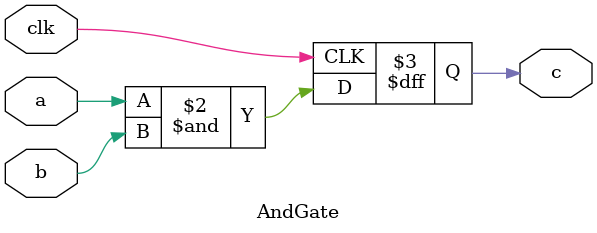
<source format=v>
`timescale 1ns / 1ps
module AndGate(
	input clk,
	input a,
	input b,
	output reg c
	);
	
	always @(posedge clk)begin
		c = a & b;
	end

endmodule

</source>
